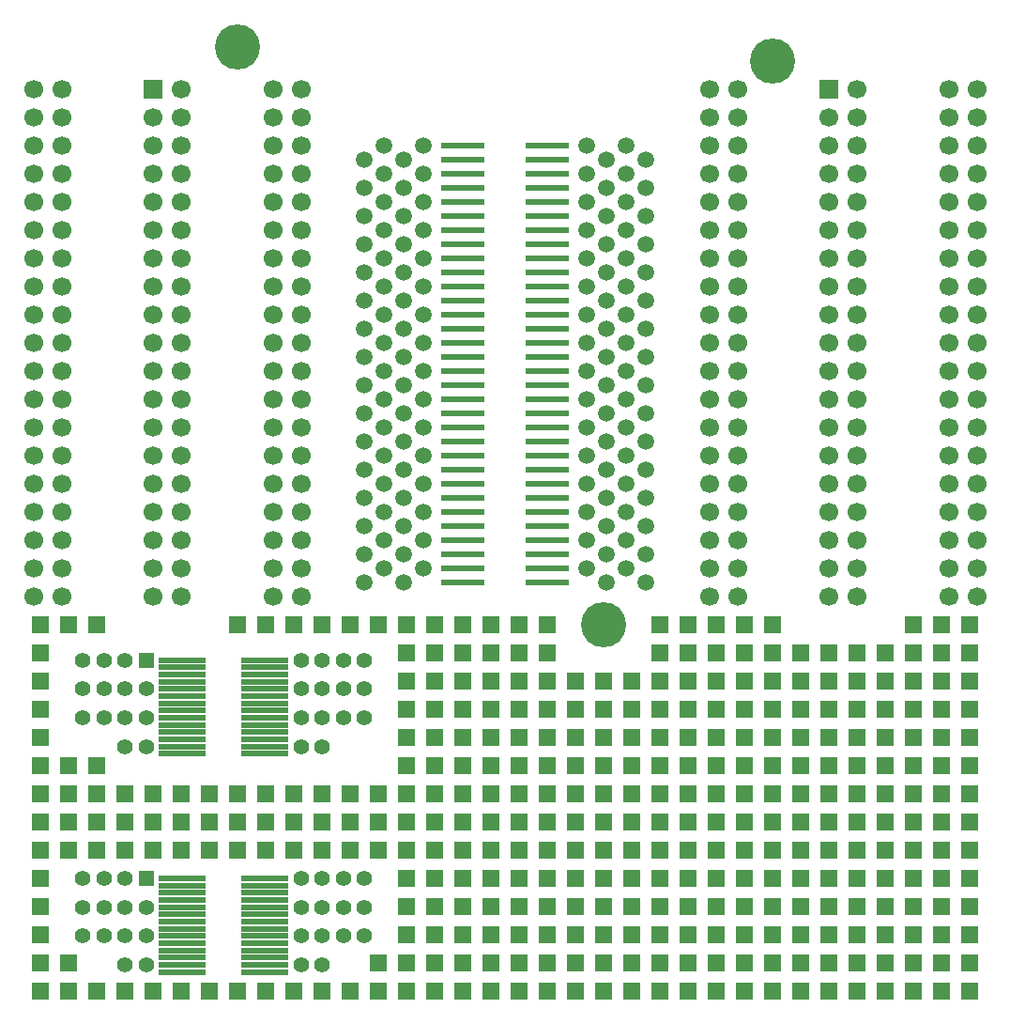
<source format=gts>
G04 #@! TF.FileFunction,Soldermask,Top*
%FSLAX46Y46*%
G04 Gerber Fmt 4.6, Leading zero omitted, Abs format (unit mm)*
G04 Created by KiCad (PCBNEW 4.0.0-rc1-stable) date to  8. lokakuuta 2015 13.09.15*
%MOMM*%
G01*
G04 APERTURE LIST*
%ADD10C,0.150000*%
%ADD11R,4.000000X0.600000*%
%ADD12C,1.500000*%
%ADD13R,1.700000X1.700000*%
%ADD14C,1.700000*%
%ADD15C,4.064000*%
%ADD16R,1.500000X1.500000*%
%ADD17R,4.200000X0.550000*%
%ADD18R,1.400000X1.400000*%
%ADD19C,1.400000*%
G04 APERTURE END LIST*
D10*
D11*
X128270000Y-100965000D03*
X135890000Y-100965000D03*
X128270000Y-102235000D03*
X135890000Y-102235000D03*
D12*
X124714000Y-100965000D03*
X121158000Y-100965000D03*
X122936000Y-102235000D03*
X119380000Y-102235000D03*
X141224000Y-102235000D03*
X144780000Y-102235000D03*
X139446000Y-100965000D03*
X143002000Y-100965000D03*
D11*
X128270000Y-98425000D03*
X135890000Y-98425000D03*
X128270000Y-99695000D03*
X135890000Y-99695000D03*
D12*
X124714000Y-98425000D03*
X121158000Y-98425000D03*
X122936000Y-99695000D03*
X119380000Y-99695000D03*
X141224000Y-99695000D03*
X144780000Y-99695000D03*
X139446000Y-98425000D03*
X143002000Y-98425000D03*
D11*
X128270000Y-78105000D03*
X135890000Y-78105000D03*
X128270000Y-79375000D03*
X135890000Y-79375000D03*
D12*
X124714000Y-78105000D03*
X121158000Y-78105000D03*
X122936000Y-79375000D03*
X119380000Y-79375000D03*
X141224000Y-79375000D03*
X144780000Y-79375000D03*
X139446000Y-78105000D03*
X143002000Y-78105000D03*
D11*
X128270000Y-80645000D03*
X135890000Y-80645000D03*
X128270000Y-81915000D03*
X135890000Y-81915000D03*
D12*
X124714000Y-80645000D03*
X121158000Y-80645000D03*
X122936000Y-81915000D03*
X119380000Y-81915000D03*
X141224000Y-81915000D03*
X144780000Y-81915000D03*
X139446000Y-80645000D03*
X143002000Y-80645000D03*
D11*
X128270000Y-85725000D03*
X135890000Y-85725000D03*
X128270000Y-86995000D03*
X135890000Y-86995000D03*
D12*
X124714000Y-85725000D03*
X121158000Y-85725000D03*
X122936000Y-86995000D03*
X119380000Y-86995000D03*
X141224000Y-86995000D03*
X144780000Y-86995000D03*
X139446000Y-85725000D03*
X143002000Y-85725000D03*
D11*
X128270000Y-83185000D03*
X135890000Y-83185000D03*
X128270000Y-84455000D03*
X135890000Y-84455000D03*
D12*
X124714000Y-83185000D03*
X121158000Y-83185000D03*
X122936000Y-84455000D03*
X119380000Y-84455000D03*
X141224000Y-84455000D03*
X144780000Y-84455000D03*
X139446000Y-83185000D03*
X143002000Y-83185000D03*
D11*
X128270000Y-93345000D03*
X135890000Y-93345000D03*
X128270000Y-94615000D03*
X135890000Y-94615000D03*
D12*
X124714000Y-93345000D03*
X121158000Y-93345000D03*
X122936000Y-94615000D03*
X119380000Y-94615000D03*
X141224000Y-94615000D03*
X144780000Y-94615000D03*
X139446000Y-93345000D03*
X143002000Y-93345000D03*
D11*
X128270000Y-95885000D03*
X135890000Y-95885000D03*
X128270000Y-97155000D03*
X135890000Y-97155000D03*
D12*
X124714000Y-95885000D03*
X121158000Y-95885000D03*
X122936000Y-97155000D03*
X119380000Y-97155000D03*
X141224000Y-97155000D03*
X144780000Y-97155000D03*
X139446000Y-95885000D03*
X143002000Y-95885000D03*
D11*
X128270000Y-90805000D03*
X135890000Y-90805000D03*
X128270000Y-92075000D03*
X135890000Y-92075000D03*
D12*
X124714000Y-90805000D03*
X121158000Y-90805000D03*
X122936000Y-92075000D03*
X119380000Y-92075000D03*
X141224000Y-92075000D03*
X144780000Y-92075000D03*
X139446000Y-90805000D03*
X143002000Y-90805000D03*
D11*
X128270000Y-88265000D03*
X135890000Y-88265000D03*
X128270000Y-89535000D03*
X135890000Y-89535000D03*
D12*
X124714000Y-88265000D03*
X121158000Y-88265000D03*
X122936000Y-89535000D03*
X119380000Y-89535000D03*
X141224000Y-89535000D03*
X144780000Y-89535000D03*
X139446000Y-88265000D03*
X143002000Y-88265000D03*
D11*
X128270000Y-67945000D03*
X135890000Y-67945000D03*
X128270000Y-69215000D03*
X135890000Y-69215000D03*
D12*
X124714000Y-67945000D03*
X121158000Y-67945000D03*
X122936000Y-69215000D03*
X119380000Y-69215000D03*
X141224000Y-69215000D03*
X144780000Y-69215000D03*
X139446000Y-67945000D03*
X143002000Y-67945000D03*
D11*
X128270000Y-70485000D03*
X135890000Y-70485000D03*
X128270000Y-71755000D03*
X135890000Y-71755000D03*
D12*
X124714000Y-70485000D03*
X121158000Y-70485000D03*
X122936000Y-71755000D03*
X119380000Y-71755000D03*
X141224000Y-71755000D03*
X144780000Y-71755000D03*
X139446000Y-70485000D03*
X143002000Y-70485000D03*
D11*
X128270000Y-75565000D03*
X135890000Y-75565000D03*
X128270000Y-76835000D03*
X135890000Y-76835000D03*
D12*
X124714000Y-75565000D03*
X121158000Y-75565000D03*
X122936000Y-76835000D03*
X119380000Y-76835000D03*
X141224000Y-76835000D03*
X144780000Y-76835000D03*
X139446000Y-75565000D03*
X143002000Y-75565000D03*
D11*
X128270000Y-73025000D03*
X135890000Y-73025000D03*
X128270000Y-74295000D03*
X135890000Y-74295000D03*
D12*
X124714000Y-73025000D03*
X121158000Y-73025000D03*
X122936000Y-74295000D03*
X119380000Y-74295000D03*
X141224000Y-74295000D03*
X144780000Y-74295000D03*
X139446000Y-73025000D03*
X143002000Y-73025000D03*
D11*
X128270000Y-62865000D03*
X135890000Y-62865000D03*
X128270000Y-64135000D03*
X135890000Y-64135000D03*
D12*
X124714000Y-62865000D03*
X121158000Y-62865000D03*
X122936000Y-64135000D03*
X119380000Y-64135000D03*
X141224000Y-64135000D03*
X144780000Y-64135000D03*
X139446000Y-62865000D03*
X143002000Y-62865000D03*
D11*
X128270000Y-65405000D03*
X135890000Y-65405000D03*
X128270000Y-66675000D03*
X135890000Y-66675000D03*
D12*
X124714000Y-65405000D03*
X121158000Y-65405000D03*
X122936000Y-66675000D03*
X119380000Y-66675000D03*
X141224000Y-66675000D03*
X144780000Y-66675000D03*
X139446000Y-65405000D03*
X143002000Y-65405000D03*
D13*
X100330000Y-57785000D03*
D14*
X102870000Y-57785000D03*
X100330000Y-60325000D03*
X102870000Y-60325000D03*
X100330000Y-62865000D03*
X102870000Y-62865000D03*
X100330000Y-65405000D03*
X102870000Y-65405000D03*
X100330000Y-67945000D03*
X102870000Y-67945000D03*
X100330000Y-70485000D03*
X102870000Y-70485000D03*
X100330000Y-73025000D03*
X102870000Y-73025000D03*
X100330000Y-75565000D03*
X102870000Y-75565000D03*
X100330000Y-78105000D03*
X102870000Y-78105000D03*
X100330000Y-80645000D03*
X102870000Y-80645000D03*
X100330000Y-83185000D03*
X102870000Y-83185000D03*
X100330000Y-85725000D03*
X102870000Y-85725000D03*
X100330000Y-88265000D03*
X102870000Y-88265000D03*
X100330000Y-90805000D03*
X102870000Y-90805000D03*
X100330000Y-93345000D03*
X102870000Y-93345000D03*
X100330000Y-95885000D03*
X102870000Y-95885000D03*
X100330000Y-98425000D03*
X102870000Y-98425000D03*
X100330000Y-100965000D03*
X102870000Y-100965000D03*
X100330000Y-103505000D03*
X102870000Y-103505000D03*
D13*
X161290000Y-57785000D03*
D14*
X163830000Y-57785000D03*
X161290000Y-60325000D03*
X163830000Y-60325000D03*
X161290000Y-62865000D03*
X163830000Y-62865000D03*
X161290000Y-65405000D03*
X163830000Y-65405000D03*
X161290000Y-67945000D03*
X163830000Y-67945000D03*
X161290000Y-70485000D03*
X163830000Y-70485000D03*
X161290000Y-73025000D03*
X163830000Y-73025000D03*
X161290000Y-75565000D03*
X163830000Y-75565000D03*
X161290000Y-78105000D03*
X163830000Y-78105000D03*
X161290000Y-80645000D03*
X163830000Y-80645000D03*
X161290000Y-83185000D03*
X163830000Y-83185000D03*
X161290000Y-85725000D03*
X163830000Y-85725000D03*
X161290000Y-88265000D03*
X163830000Y-88265000D03*
X161290000Y-90805000D03*
X163830000Y-90805000D03*
X161290000Y-93345000D03*
X163830000Y-93345000D03*
X161290000Y-95885000D03*
X163830000Y-95885000D03*
X161290000Y-98425000D03*
X163830000Y-98425000D03*
X161290000Y-100965000D03*
X163830000Y-100965000D03*
X161290000Y-103505000D03*
X163830000Y-103505000D03*
X150495000Y-80645000D03*
X153035000Y-80645000D03*
X150495000Y-103505000D03*
X153035000Y-103505000D03*
X150495000Y-100965000D03*
X153035000Y-100965000D03*
X150495000Y-98425000D03*
X153035000Y-98425000D03*
X150495000Y-95885000D03*
X153035000Y-95885000D03*
X150495000Y-93345000D03*
X153035000Y-93345000D03*
X150495000Y-90805000D03*
X153035000Y-90805000D03*
X150495000Y-88265000D03*
X153035000Y-88265000D03*
X150495000Y-85725000D03*
X153035000Y-85725000D03*
X150495000Y-83185000D03*
X153035000Y-83185000D03*
X174625000Y-57785000D03*
X172085000Y-57785000D03*
X150495000Y-78105000D03*
X153035000Y-78105000D03*
X150495000Y-75565000D03*
X153035000Y-75565000D03*
X150495000Y-73025000D03*
X153035000Y-73025000D03*
X150495000Y-70485000D03*
X153035000Y-70485000D03*
X150495000Y-67945000D03*
X153035000Y-67945000D03*
X150495000Y-65405000D03*
X153035000Y-65405000D03*
X150495000Y-62865000D03*
X153035000Y-62865000D03*
X150495000Y-60325000D03*
X153035000Y-60325000D03*
X174625000Y-80645000D03*
X172085000Y-80645000D03*
X174625000Y-103505000D03*
X172085000Y-103505000D03*
X174625000Y-100965000D03*
X172085000Y-100965000D03*
X174625000Y-98425000D03*
X172085000Y-98425000D03*
X174625000Y-95885000D03*
X172085000Y-95885000D03*
X174625000Y-93345000D03*
X172085000Y-93345000D03*
X174625000Y-90805000D03*
X172085000Y-90805000D03*
X174625000Y-88265000D03*
X172085000Y-88265000D03*
X174625000Y-85725000D03*
X172085000Y-85725000D03*
X174625000Y-83185000D03*
X172085000Y-83185000D03*
X150495000Y-57785000D03*
X153035000Y-57785000D03*
X174625000Y-78105000D03*
X172085000Y-78105000D03*
X174625000Y-75565000D03*
X172085000Y-75565000D03*
X174625000Y-73025000D03*
X172085000Y-73025000D03*
X174625000Y-70485000D03*
X172085000Y-70485000D03*
X174625000Y-67945000D03*
X172085000Y-67945000D03*
X174625000Y-65405000D03*
X172085000Y-65405000D03*
X174625000Y-62865000D03*
X172085000Y-62865000D03*
X174625000Y-60325000D03*
X172085000Y-60325000D03*
X89535000Y-80645000D03*
X92075000Y-80645000D03*
X89535000Y-103505000D03*
X92075000Y-103505000D03*
X89535000Y-100965000D03*
X92075000Y-100965000D03*
X89535000Y-98425000D03*
X92075000Y-98425000D03*
X89535000Y-95885000D03*
X92075000Y-95885000D03*
X89535000Y-93345000D03*
X92075000Y-93345000D03*
X89535000Y-90805000D03*
X92075000Y-90805000D03*
X89535000Y-88265000D03*
X92075000Y-88265000D03*
X89535000Y-85725000D03*
X92075000Y-85725000D03*
X89535000Y-83185000D03*
X92075000Y-83185000D03*
X113665000Y-57785000D03*
X111125000Y-57785000D03*
X89535000Y-78105000D03*
X92075000Y-78105000D03*
X89535000Y-75565000D03*
X92075000Y-75565000D03*
X89535000Y-73025000D03*
X92075000Y-73025000D03*
X89535000Y-70485000D03*
X92075000Y-70485000D03*
X89535000Y-67945000D03*
X92075000Y-67945000D03*
X89535000Y-65405000D03*
X92075000Y-65405000D03*
X89535000Y-62865000D03*
X92075000Y-62865000D03*
X89535000Y-60325000D03*
X92075000Y-60325000D03*
X113665000Y-80645000D03*
X111125000Y-80645000D03*
X113665000Y-103505000D03*
X111125000Y-103505000D03*
X113665000Y-100965000D03*
X111125000Y-100965000D03*
X113665000Y-98425000D03*
X111125000Y-98425000D03*
X113665000Y-95885000D03*
X111125000Y-95885000D03*
X113665000Y-93345000D03*
X111125000Y-93345000D03*
X113665000Y-90805000D03*
X111125000Y-90805000D03*
X113665000Y-88265000D03*
X111125000Y-88265000D03*
X113665000Y-85725000D03*
X111125000Y-85725000D03*
X113665000Y-83185000D03*
X111125000Y-83185000D03*
X89535000Y-57785000D03*
X92075000Y-57785000D03*
X113665000Y-78105000D03*
X111125000Y-78105000D03*
X113665000Y-75565000D03*
X111125000Y-75565000D03*
X113665000Y-73025000D03*
X111125000Y-73025000D03*
X113665000Y-70485000D03*
X111125000Y-70485000D03*
X113665000Y-67945000D03*
X111125000Y-67945000D03*
X113665000Y-65405000D03*
X111125000Y-65405000D03*
X113665000Y-62865000D03*
X111125000Y-62865000D03*
X113665000Y-60325000D03*
X111125000Y-60325000D03*
D15*
X107950000Y-53975000D03*
X156210000Y-55245000D03*
X140970000Y-106045000D03*
D16*
X128270000Y-108585000D03*
X130810000Y-108585000D03*
X133350000Y-108585000D03*
X133350000Y-111125000D03*
X133350000Y-113665000D03*
X130810000Y-113665000D03*
X128270000Y-113665000D03*
X128270000Y-111125000D03*
X130810000Y-111125000D03*
X125730000Y-116205000D03*
X128270000Y-116205000D03*
X130810000Y-116205000D03*
X130810000Y-118745000D03*
X130810000Y-121285000D03*
X128270000Y-121285000D03*
X125730000Y-121285000D03*
X125730000Y-118745000D03*
X128270000Y-118745000D03*
X125730000Y-123825000D03*
X128270000Y-123825000D03*
X130810000Y-123825000D03*
X130810000Y-126365000D03*
X130810000Y-128905000D03*
X128270000Y-128905000D03*
X125730000Y-128905000D03*
X125730000Y-126365000D03*
X128270000Y-126365000D03*
X128270000Y-131445000D03*
X130810000Y-131445000D03*
X133350000Y-131445000D03*
X133350000Y-133985000D03*
X133350000Y-136525000D03*
X130810000Y-136525000D03*
X128270000Y-136525000D03*
X128270000Y-133985000D03*
X130810000Y-133985000D03*
X135890000Y-131445000D03*
X138430000Y-131445000D03*
X140970000Y-131445000D03*
X140970000Y-133985000D03*
X140970000Y-136525000D03*
X138430000Y-136525000D03*
X135890000Y-136525000D03*
X135890000Y-133985000D03*
X138430000Y-133985000D03*
X143510000Y-131445000D03*
X146050000Y-131445000D03*
X148590000Y-131445000D03*
X148590000Y-133985000D03*
X148590000Y-136525000D03*
X146050000Y-136525000D03*
X143510000Y-136525000D03*
X143510000Y-133985000D03*
X146050000Y-133985000D03*
X151130000Y-131445000D03*
X153670000Y-131445000D03*
X156210000Y-131445000D03*
X156210000Y-133985000D03*
X156210000Y-136525000D03*
X153670000Y-136525000D03*
X151130000Y-136525000D03*
X151130000Y-133985000D03*
X153670000Y-133985000D03*
X158750000Y-131445000D03*
X161290000Y-131445000D03*
X163830000Y-131445000D03*
X163830000Y-133985000D03*
X163830000Y-136525000D03*
X161290000Y-136525000D03*
X158750000Y-136525000D03*
X158750000Y-133985000D03*
X161290000Y-133985000D03*
X166370000Y-131445000D03*
X168910000Y-131445000D03*
X171450000Y-131445000D03*
X171450000Y-133985000D03*
X171450000Y-136525000D03*
X168910000Y-136525000D03*
X166370000Y-136525000D03*
X166370000Y-133985000D03*
X168910000Y-133985000D03*
X135890000Y-111125000D03*
X138430000Y-111125000D03*
X140970000Y-111125000D03*
X140970000Y-113665000D03*
X140970000Y-116205000D03*
X138430000Y-116205000D03*
X135890000Y-116205000D03*
X135890000Y-113665000D03*
X138430000Y-113665000D03*
X143510000Y-111125000D03*
X146050000Y-111125000D03*
X148590000Y-111125000D03*
X148590000Y-113665000D03*
X148590000Y-116205000D03*
X146050000Y-116205000D03*
X143510000Y-116205000D03*
X143510000Y-113665000D03*
X146050000Y-113665000D03*
X151130000Y-108585000D03*
X153670000Y-108585000D03*
X156210000Y-108585000D03*
X156210000Y-111125000D03*
X156210000Y-113665000D03*
X153670000Y-113665000D03*
X151130000Y-113665000D03*
X151130000Y-111125000D03*
X153670000Y-111125000D03*
X158750000Y-108585000D03*
X161290000Y-108585000D03*
X163830000Y-108585000D03*
X163830000Y-111125000D03*
X163830000Y-113665000D03*
X161290000Y-113665000D03*
X158750000Y-113665000D03*
X158750000Y-111125000D03*
X161290000Y-111125000D03*
X166370000Y-108585000D03*
X168910000Y-108585000D03*
X171450000Y-108585000D03*
X171450000Y-111125000D03*
X171450000Y-113665000D03*
X168910000Y-113665000D03*
X166370000Y-113665000D03*
X166370000Y-111125000D03*
X168910000Y-111125000D03*
X133350000Y-118745000D03*
X135890000Y-118745000D03*
X138430000Y-118745000D03*
X138430000Y-121285000D03*
X138430000Y-123825000D03*
X135890000Y-123825000D03*
X133350000Y-123825000D03*
X133350000Y-121285000D03*
X135890000Y-121285000D03*
X133350000Y-116205000D03*
X135890000Y-108585000D03*
X146050000Y-108585000D03*
X148590000Y-108585000D03*
X151130000Y-116205000D03*
X153670000Y-116205000D03*
X156210000Y-116205000D03*
X158750000Y-116205000D03*
X161290000Y-116205000D03*
X163830000Y-116205000D03*
X166370000Y-116205000D03*
X168910000Y-116205000D03*
X171450000Y-116205000D03*
X171450000Y-118745000D03*
X171450000Y-121285000D03*
X173990000Y-108585000D03*
X173990000Y-111125000D03*
X173990000Y-113665000D03*
X173990000Y-116205000D03*
X173990000Y-118745000D03*
X173990000Y-121285000D03*
X171450000Y-123825000D03*
X173990000Y-123825000D03*
X173990000Y-126365000D03*
X171450000Y-126365000D03*
X171450000Y-128905000D03*
X173990000Y-128905000D03*
X173990000Y-131445000D03*
X118110000Y-121285000D03*
X120650000Y-121285000D03*
X123190000Y-121285000D03*
X123190000Y-123825000D03*
X123190000Y-126365000D03*
X120650000Y-126365000D03*
X118110000Y-126365000D03*
X118110000Y-123825000D03*
X120650000Y-123825000D03*
X110490000Y-121285000D03*
X113030000Y-121285000D03*
X115570000Y-121285000D03*
X115570000Y-123825000D03*
X115570000Y-126365000D03*
X113030000Y-126365000D03*
X110490000Y-126365000D03*
X110490000Y-123825000D03*
X113030000Y-123825000D03*
X102870000Y-121285000D03*
X105410000Y-121285000D03*
X107950000Y-121285000D03*
X107950000Y-123825000D03*
X107950000Y-126365000D03*
X105410000Y-126365000D03*
X102870000Y-126365000D03*
X102870000Y-123825000D03*
X105410000Y-123825000D03*
X95250000Y-121285000D03*
X97790000Y-121285000D03*
X100330000Y-121285000D03*
X100330000Y-123825000D03*
X100330000Y-126365000D03*
X97790000Y-126365000D03*
X95250000Y-126365000D03*
X95250000Y-123825000D03*
X97790000Y-123825000D03*
X140970000Y-118745000D03*
X143510000Y-118745000D03*
X146050000Y-118745000D03*
X146050000Y-121285000D03*
X146050000Y-123825000D03*
X143510000Y-123825000D03*
X140970000Y-123825000D03*
X140970000Y-121285000D03*
X143510000Y-121285000D03*
X148590000Y-118745000D03*
X151130000Y-118745000D03*
X153670000Y-118745000D03*
X153670000Y-121285000D03*
X153670000Y-123825000D03*
X151130000Y-123825000D03*
X148590000Y-123825000D03*
X148590000Y-121285000D03*
X151130000Y-121285000D03*
X156210000Y-118745000D03*
X158750000Y-118745000D03*
X161290000Y-118745000D03*
X161290000Y-121285000D03*
X161290000Y-123825000D03*
X158750000Y-123825000D03*
X156210000Y-123825000D03*
X156210000Y-121285000D03*
X158750000Y-121285000D03*
X163830000Y-118745000D03*
X166370000Y-118745000D03*
X168910000Y-118745000D03*
X168910000Y-121285000D03*
X168910000Y-123825000D03*
X166370000Y-123825000D03*
X163830000Y-123825000D03*
X163830000Y-121285000D03*
X166370000Y-121285000D03*
X90170000Y-108585000D03*
X90170000Y-111125000D03*
X90170000Y-113665000D03*
X90170000Y-116205000D03*
X90170000Y-118745000D03*
X92710000Y-118745000D03*
X95250000Y-118745000D03*
X90170000Y-121285000D03*
X92710000Y-121285000D03*
X90170000Y-123825000D03*
X92710000Y-123825000D03*
X90170000Y-126365000D03*
X92710000Y-126365000D03*
X90170000Y-128905000D03*
X90170000Y-131445000D03*
X90170000Y-133985000D03*
X90170000Y-136525000D03*
X90170000Y-139065000D03*
X92710000Y-139065000D03*
X92710000Y-136525000D03*
X95250000Y-139065000D03*
X97790000Y-139065000D03*
X100330000Y-139065000D03*
X102870000Y-139065000D03*
X105410000Y-139065000D03*
X107950000Y-139065000D03*
X110490000Y-139065000D03*
X113030000Y-139065000D03*
X115570000Y-139065000D03*
X118110000Y-139065000D03*
X120650000Y-139065000D03*
X120650000Y-136525000D03*
X123190000Y-136525000D03*
X123190000Y-133985000D03*
X123190000Y-131445000D03*
X123190000Y-128905000D03*
X125730000Y-133985000D03*
X125730000Y-131445000D03*
X125730000Y-136525000D03*
X123190000Y-139065000D03*
X125730000Y-139065000D03*
X125730000Y-113665000D03*
X125730000Y-111125000D03*
X125730000Y-108585000D03*
X123190000Y-108585000D03*
X123190000Y-111125000D03*
X123190000Y-113665000D03*
X123190000Y-116205000D03*
X123190000Y-118745000D03*
X90170000Y-106045000D03*
X92710000Y-106045000D03*
X95250000Y-106045000D03*
X107950000Y-106045000D03*
X110490000Y-106045000D03*
X113030000Y-106045000D03*
X115570000Y-106045000D03*
X118110000Y-106045000D03*
X120650000Y-106045000D03*
X123190000Y-106045000D03*
X125730000Y-106045000D03*
X128270000Y-106045000D03*
X130810000Y-106045000D03*
X133350000Y-106045000D03*
X135890000Y-106045000D03*
X133350000Y-126365000D03*
X133350000Y-128905000D03*
X135890000Y-126365000D03*
X135890000Y-128905000D03*
X138430000Y-128905000D03*
X138430000Y-126365000D03*
X140970000Y-126365000D03*
X140970000Y-128905000D03*
X143510000Y-128905000D03*
X143510000Y-126365000D03*
X146050000Y-128905000D03*
X146050000Y-126365000D03*
X148590000Y-126365000D03*
X148590000Y-128905000D03*
X151130000Y-126365000D03*
X151130000Y-128905000D03*
X153670000Y-128905000D03*
X153670000Y-126365000D03*
X156210000Y-126365000D03*
X156210000Y-128905000D03*
X158750000Y-128905000D03*
X158750000Y-126365000D03*
X161290000Y-126365000D03*
X161290000Y-128905000D03*
X163830000Y-128905000D03*
X163830000Y-126365000D03*
X166370000Y-126365000D03*
X168910000Y-126365000D03*
X168910000Y-128905000D03*
X166370000Y-128905000D03*
X173990000Y-133985000D03*
X173990000Y-136525000D03*
X173990000Y-139065000D03*
X171450000Y-139065000D03*
X128270000Y-139065000D03*
X130810000Y-139065000D03*
X133350000Y-139065000D03*
X135890000Y-139065000D03*
X138430000Y-139065000D03*
X140970000Y-139065000D03*
X143510000Y-139065000D03*
X146050000Y-139065000D03*
X151130000Y-139065000D03*
X148590000Y-139065000D03*
X153670000Y-139065000D03*
X156210000Y-139065000D03*
X158750000Y-139065000D03*
X161290000Y-139065000D03*
X163830000Y-139065000D03*
X166370000Y-139065000D03*
X168910000Y-139065000D03*
X146050000Y-106045000D03*
X148590000Y-106045000D03*
X151130000Y-106045000D03*
X153670000Y-106045000D03*
X156210000Y-106045000D03*
X173990000Y-106045000D03*
X171450000Y-106045000D03*
X168910000Y-106045000D03*
D17*
X102930000Y-109205000D03*
X102930000Y-109855000D03*
X102930000Y-110505000D03*
X102930000Y-111155000D03*
X102930000Y-111805000D03*
X102930000Y-112455000D03*
X102930000Y-113105000D03*
X102930000Y-113755000D03*
X102930000Y-114405000D03*
X102930000Y-115055000D03*
X102930000Y-115705000D03*
X102930000Y-116355000D03*
X102930000Y-117005000D03*
X102930000Y-117655000D03*
X110430000Y-109205000D03*
X110430000Y-109855000D03*
X110430000Y-110505000D03*
X110430000Y-111155000D03*
X110430000Y-111805000D03*
X110430000Y-112455000D03*
X110430000Y-113105000D03*
X110430000Y-113755000D03*
X110430000Y-114405000D03*
X110430000Y-115055000D03*
X110430000Y-115705000D03*
X110430000Y-116355000D03*
X110430000Y-117005000D03*
X110430000Y-117655000D03*
D18*
X99695000Y-109205000D03*
D19*
X97790000Y-109205000D03*
X95885000Y-109205000D03*
X93980000Y-109205000D03*
X99695000Y-111805000D03*
X97790000Y-111805000D03*
X95885000Y-111805000D03*
X93980000Y-111805000D03*
X99695000Y-114405000D03*
X97790000Y-114405000D03*
X95885000Y-114405000D03*
X93980000Y-114405000D03*
X99695000Y-117005000D03*
X97790000Y-117005000D03*
X113665000Y-109205000D03*
X115570000Y-109205000D03*
X117475000Y-109205000D03*
X119380000Y-109205000D03*
X113665000Y-111805000D03*
X115570000Y-111805000D03*
X117475000Y-111805000D03*
X119380000Y-111805000D03*
X113665000Y-114405000D03*
X115570000Y-114405000D03*
X117475000Y-114405000D03*
X119380000Y-114405000D03*
X113665000Y-117005000D03*
X115570000Y-117005000D03*
D17*
X102930000Y-128890000D03*
X102930000Y-129540000D03*
X102930000Y-130190000D03*
X102930000Y-130840000D03*
X102930000Y-131490000D03*
X102930000Y-132140000D03*
X102930000Y-132790000D03*
X102930000Y-133440000D03*
X102930000Y-134090000D03*
X102930000Y-134740000D03*
X102930000Y-135390000D03*
X102930000Y-136040000D03*
X102930000Y-136690000D03*
X102930000Y-137340000D03*
X110430000Y-128890000D03*
X110430000Y-129540000D03*
X110430000Y-130190000D03*
X110430000Y-130840000D03*
X110430000Y-131490000D03*
X110430000Y-132140000D03*
X110430000Y-132790000D03*
X110430000Y-133440000D03*
X110430000Y-134090000D03*
X110430000Y-134740000D03*
X110430000Y-135390000D03*
X110430000Y-136040000D03*
X110430000Y-136690000D03*
X110430000Y-137340000D03*
D18*
X99695000Y-128890000D03*
D19*
X97790000Y-128890000D03*
X95885000Y-128890000D03*
X93980000Y-128890000D03*
X99695000Y-131490000D03*
X97790000Y-131490000D03*
X95885000Y-131490000D03*
X93980000Y-131490000D03*
X99695000Y-134090000D03*
X97790000Y-134090000D03*
X95885000Y-134090000D03*
X93980000Y-134090000D03*
X99695000Y-136690000D03*
X97790000Y-136690000D03*
X113665000Y-128890000D03*
X115570000Y-128890000D03*
X117475000Y-128890000D03*
X119380000Y-128890000D03*
X113665000Y-131490000D03*
X115570000Y-131490000D03*
X117475000Y-131490000D03*
X119380000Y-131490000D03*
X113665000Y-134090000D03*
X115570000Y-134090000D03*
X117475000Y-134090000D03*
X119380000Y-134090000D03*
X113665000Y-136690000D03*
X115570000Y-136690000D03*
M02*

</source>
